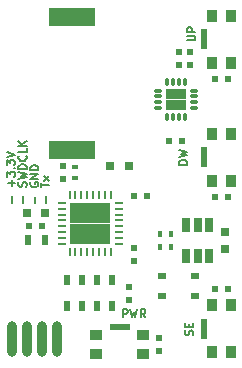
<source format=gbr>
G04 #@! TF.GenerationSoftware,KiCad,Pcbnew,5.1.4-e60b266~84~ubuntu16.04.1*
G04 #@! TF.CreationDate,2019-11-09T12:49:13+01:00*
G04 #@! TF.ProjectId,MiniVarioL0,4d696e69-5661-4726-996f-4c302e6b6963,v1.0.0*
G04 #@! TF.SameCoordinates,PX84157a0PY7270e00*
G04 #@! TF.FileFunction,Soldermask,Top*
G04 #@! TF.FilePolarity,Negative*
%FSLAX46Y46*%
G04 Gerber Fmt 4.6, Leading zero omitted, Abs format (unit mm)*
G04 Created by KiCad (PCBNEW 5.1.4-e60b266~84~ubuntu16.04.1) date 2019-11-09 12:49:13*
%MOMM*%
%LPD*%
G04 APERTURE LIST*
%ADD10C,0.127000*%
%ADD11R,1.725000X1.725000*%
%ADD12R,0.250000X0.700000*%
%ADD13R,0.700000X0.250000*%
%ADD14R,0.875000X0.875000*%
%ADD15O,0.300000X0.800000*%
%ADD16O,0.800000X0.300000*%
%ADD17R,0.550000X1.700000*%
%ADD18R,0.900000X1.000000*%
%ADD19R,1.700000X0.550000*%
%ADD20R,1.000000X0.900000*%
%ADD21R,0.500000X0.600000*%
%ADD22R,0.600000X0.500000*%
%ADD23R,0.750000X0.800000*%
%ADD24R,0.800000X0.750000*%
%ADD25R,0.800000X0.600000*%
%ADD26R,0.800000X0.800000*%
%ADD27R,0.500000X0.900000*%
%ADD28O,0.800000X3.000000*%
%ADD29R,4.000000X1.500000*%
%ADD30R,0.650000X1.220000*%
%ADD31R,0.400000X0.600000*%
%ADD32R,0.600000X0.400000*%
%ADD33R,0.550000X0.950000*%
G04 APERTURE END LIST*
D10*
X10266666Y3683334D02*
X10266666Y4383334D01*
X10533333Y4383334D01*
X10600000Y4350000D01*
X10633333Y4316667D01*
X10666666Y4250000D01*
X10666666Y4150000D01*
X10633333Y4083334D01*
X10600000Y4050000D01*
X10533333Y4016667D01*
X10266666Y4016667D01*
X10900000Y4383334D02*
X11066666Y3683334D01*
X11200000Y4183334D01*
X11333333Y3683334D01*
X11500000Y4383334D01*
X12166666Y3683334D02*
X11933333Y4016667D01*
X11766666Y3683334D02*
X11766666Y4383334D01*
X12033333Y4383334D01*
X12100000Y4350000D01*
X12133333Y4316667D01*
X12166666Y4250000D01*
X12166666Y4150000D01*
X12133333Y4083334D01*
X12100000Y4050000D01*
X12033333Y4016667D01*
X11766666Y4016667D01*
X16183333Y2183334D02*
X16216666Y2283334D01*
X16216666Y2450000D01*
X16183333Y2516667D01*
X16150000Y2550000D01*
X16083333Y2583334D01*
X16016666Y2583334D01*
X15950000Y2550000D01*
X15916666Y2516667D01*
X15883333Y2450000D01*
X15850000Y2316667D01*
X15816666Y2250000D01*
X15783333Y2216667D01*
X15716666Y2183334D01*
X15650000Y2183334D01*
X15583333Y2216667D01*
X15550000Y2250000D01*
X15516666Y2316667D01*
X15516666Y2483334D01*
X15550000Y2583334D01*
X15850000Y2883334D02*
X15850000Y3116667D01*
X16216666Y3216667D02*
X16216666Y2883334D01*
X15516666Y2883334D01*
X15516666Y3216667D01*
X15716666Y16616667D02*
X15016666Y16616667D01*
X15016666Y16783334D01*
X15050000Y16883334D01*
X15116666Y16950000D01*
X15183333Y16983334D01*
X15316666Y17016667D01*
X15416666Y17016667D01*
X15550000Y16983334D01*
X15616666Y16950000D01*
X15683333Y16883334D01*
X15716666Y16783334D01*
X15716666Y16616667D01*
X15016666Y17250000D02*
X15716666Y17416667D01*
X15216666Y17550000D01*
X15716666Y17683334D01*
X15016666Y17850000D01*
X15716666Y27150000D02*
X16283333Y27150000D01*
X16350000Y27183334D01*
X16383333Y27216667D01*
X16416666Y27283334D01*
X16416666Y27416667D01*
X16383333Y27483334D01*
X16350000Y27516667D01*
X16283333Y27550000D01*
X15716666Y27550000D01*
X16416666Y27883334D02*
X15716666Y27883334D01*
X15716666Y28150000D01*
X15750000Y28216667D01*
X15783333Y28250000D01*
X15850000Y28283334D01*
X15950000Y28283334D01*
X16016666Y28250000D01*
X16050000Y28216667D01*
X16083333Y28150000D01*
X16083333Y27883334D01*
X2850000Y13349217D02*
X2850000Y13882550D01*
X2450000Y15115884D02*
X2416666Y15049217D01*
X2416666Y14949217D01*
X2450000Y14849217D01*
X2516666Y14782550D01*
X2583333Y14749217D01*
X2716666Y14715884D01*
X2816666Y14715884D01*
X2950000Y14749217D01*
X3016666Y14782550D01*
X3083333Y14849217D01*
X3116666Y14949217D01*
X3116666Y15015884D01*
X3083333Y15115884D01*
X3050000Y15149217D01*
X2816666Y15149217D01*
X2816666Y15015884D01*
X3116666Y15449217D02*
X2416666Y15449217D01*
X3116666Y15849217D01*
X2416666Y15849217D01*
X3116666Y16182550D02*
X2416666Y16182550D01*
X2416666Y16349217D01*
X2450000Y16449217D01*
X2516666Y16515884D01*
X2583333Y16549217D01*
X2716666Y16582550D01*
X2816666Y16582550D01*
X2950000Y16549217D01*
X3016666Y16515884D01*
X3083333Y16449217D01*
X3116666Y16349217D01*
X3116666Y16182550D01*
X850000Y13399217D02*
X850000Y13932550D01*
X850000Y14799217D02*
X850000Y15332550D01*
X1116666Y15065884D02*
X583333Y15065884D01*
X416666Y15599217D02*
X416666Y16032550D01*
X683333Y15799217D01*
X683333Y15899217D01*
X716666Y15965884D01*
X750000Y15999217D01*
X816666Y16032550D01*
X983333Y16032550D01*
X1050000Y15999217D01*
X1083333Y15965884D01*
X1116666Y15899217D01*
X1116666Y15699217D01*
X1083333Y15632550D01*
X1050000Y15599217D01*
X1050000Y16332550D02*
X1083333Y16365884D01*
X1116666Y16332550D01*
X1083333Y16299217D01*
X1050000Y16332550D01*
X1116666Y16332550D01*
X416666Y16599217D02*
X416666Y17032550D01*
X683333Y16799217D01*
X683333Y16899217D01*
X716666Y16965884D01*
X750000Y16999217D01*
X816666Y17032550D01*
X983333Y17032550D01*
X1050000Y16999217D01*
X1083333Y16965884D01*
X1116666Y16899217D01*
X1116666Y16699217D01*
X1083333Y16632550D01*
X1050000Y16599217D01*
X416666Y17232550D02*
X1116666Y17465884D01*
X416666Y17699217D01*
X3750000Y13399217D02*
X3750000Y13932550D01*
X3316666Y14699217D02*
X3316666Y15099217D01*
X4016666Y14899217D02*
X3316666Y14899217D01*
X4016666Y15265884D02*
X3550000Y15632550D01*
X3550000Y15265884D02*
X4016666Y15632550D01*
X1850000Y13399217D02*
X1850000Y13932550D01*
X2083333Y14765884D02*
X2116666Y14865884D01*
X2116666Y15032550D01*
X2083333Y15099217D01*
X2050000Y15132550D01*
X1983333Y15165884D01*
X1916666Y15165884D01*
X1850000Y15132550D01*
X1816666Y15099217D01*
X1783333Y15032550D01*
X1750000Y14899217D01*
X1716666Y14832550D01*
X1683333Y14799217D01*
X1616666Y14765884D01*
X1550000Y14765884D01*
X1483333Y14799217D01*
X1450000Y14832550D01*
X1416666Y14899217D01*
X1416666Y15065884D01*
X1450000Y15165884D01*
X1416666Y15399217D02*
X2116666Y15565884D01*
X1616666Y15699217D01*
X2116666Y15832550D01*
X1416666Y15999217D01*
X2116666Y16265884D02*
X1416666Y16265884D01*
X1416666Y16432550D01*
X1450000Y16532550D01*
X1516666Y16599217D01*
X1583333Y16632550D01*
X1716666Y16665884D01*
X1816666Y16665884D01*
X1950000Y16632550D01*
X2016666Y16599217D01*
X2083333Y16532550D01*
X2116666Y16432550D01*
X2116666Y16265884D01*
X2050000Y17365884D02*
X2083333Y17332550D01*
X2116666Y17232550D01*
X2116666Y17165884D01*
X2083333Y17065884D01*
X2016666Y16999217D01*
X1950000Y16965884D01*
X1816666Y16932550D01*
X1716666Y16932550D01*
X1583333Y16965884D01*
X1516666Y16999217D01*
X1450000Y17065884D01*
X1416666Y17165884D01*
X1416666Y17232550D01*
X1450000Y17332550D01*
X1483333Y17365884D01*
X2116666Y17999217D02*
X2116666Y17665884D01*
X1416666Y17665884D01*
X2116666Y18232550D02*
X1416666Y18232550D01*
X2116666Y18632550D02*
X1716666Y18332550D01*
X1416666Y18632550D02*
X1816666Y18232550D01*
D11*
X6637500Y12512500D03*
X6637500Y10787500D03*
X8362500Y12512500D03*
X8362500Y10787500D03*
D12*
X5750000Y14050000D03*
X6250000Y14050000D03*
X6750000Y14050000D03*
X7250000Y14050000D03*
X7750000Y14050000D03*
X8250000Y14050000D03*
X8750000Y14050000D03*
X9250000Y14050000D03*
D13*
X9900000Y13400000D03*
X9900000Y12900000D03*
X9900000Y12400000D03*
X9900000Y11900000D03*
X9900000Y11400000D03*
X9900000Y10900000D03*
X9900000Y10400000D03*
X9900000Y9900000D03*
D12*
X9250000Y9250000D03*
X8750000Y9250000D03*
X8250000Y9250000D03*
X7750000Y9250000D03*
X7250000Y9250000D03*
X6750000Y9250000D03*
X6250000Y9250000D03*
X5750000Y9250000D03*
D13*
X5100000Y9900000D03*
X5100000Y10400000D03*
X5100000Y10900000D03*
X5100000Y11400000D03*
X5100000Y11900000D03*
X5100000Y12400000D03*
X5100000Y12900000D03*
X5100000Y13400000D03*
D14*
X14312500Y22587500D03*
X14312500Y21712500D03*
X15187500Y22587500D03*
X15187500Y21712500D03*
D15*
X14000000Y23650000D03*
X14500000Y23650000D03*
X15000000Y23650000D03*
X15500000Y23650000D03*
D16*
X16250000Y22900000D03*
X16250000Y22400000D03*
X16250000Y21900000D03*
X16250000Y21400000D03*
D15*
X15500000Y20650000D03*
X15000000Y20650000D03*
X14500000Y20650000D03*
X14000000Y20650000D03*
D16*
X13250000Y21400000D03*
X13250000Y21900000D03*
X13250000Y22400000D03*
X13250000Y22900000D03*
D17*
X17100000Y27250000D03*
D18*
X19400000Y29250000D03*
X17800000Y29250000D03*
X17800000Y25250000D03*
X19400000Y25250000D03*
D17*
X17100000Y17250000D03*
D18*
X19400000Y19250000D03*
X17800000Y19250000D03*
X17800000Y15250000D03*
X19400000Y15250000D03*
D17*
X17100000Y2750000D03*
D18*
X19400000Y4750000D03*
X17800000Y4750000D03*
X17800000Y750000D03*
X19400000Y750000D03*
D19*
X10000000Y2900000D03*
D20*
X12000000Y600000D03*
X12000000Y2200000D03*
X8000000Y2200000D03*
X8000000Y600000D03*
D21*
X13350000Y1950000D03*
X13350000Y850000D03*
D22*
X18050000Y6100000D03*
X19150000Y6100000D03*
X19150000Y13900000D03*
X18050000Y13900000D03*
X19150000Y23900000D03*
X18050000Y23900000D03*
D23*
X18950000Y10950000D03*
X18950000Y9450000D03*
D22*
X14200000Y18600000D03*
X15300000Y18600000D03*
D21*
X15000000Y26150000D03*
X15000000Y25050000D03*
X5200000Y15400000D03*
X5200000Y16500000D03*
D22*
X11250000Y14000000D03*
X12350000Y14000000D03*
D21*
X11200000Y8450000D03*
X11200000Y9550000D03*
X15950000Y25050000D03*
X15950000Y26150000D03*
D24*
X2150000Y12500000D03*
X3650000Y12500000D03*
D22*
X2350000Y11400000D03*
X3450000Y11400000D03*
D21*
X10750000Y5200000D03*
X10750000Y6300000D03*
D25*
X16400000Y7200000D03*
X16400000Y5500000D03*
X13550000Y7200000D03*
X13550000Y5500000D03*
D26*
X9200000Y16500000D03*
X10800000Y16500000D03*
D27*
X2200000Y10250000D03*
X3700000Y10250000D03*
D28*
X845000Y1850000D03*
X2115000Y1850000D03*
X3385000Y1850000D03*
X4655000Y1850000D03*
D29*
X6000000Y29100000D03*
X6000000Y17900000D03*
D30*
X15650000Y11510000D03*
X16600000Y11510000D03*
X17550000Y11510000D03*
X17550000Y8890000D03*
X16600000Y8890000D03*
X15650000Y8890000D03*
D31*
X13450000Y10750000D03*
X14350000Y10750000D03*
X14350000Y9650000D03*
X13450000Y9650000D03*
D32*
X6200000Y16400000D03*
X6200000Y15500000D03*
D33*
X5575000Y4675000D03*
X6825000Y4675000D03*
X8075000Y4675000D03*
X9325000Y4675000D03*
X6825000Y6825000D03*
X8075000Y6825000D03*
X9325000Y6825000D03*
X5575000Y6825000D03*
M02*

</source>
